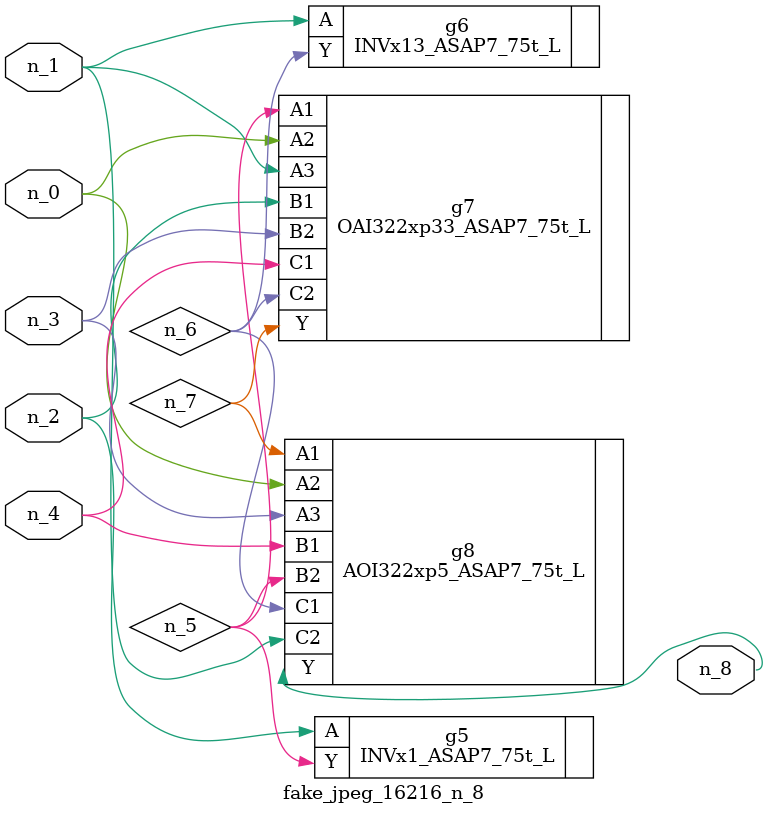
<source format=v>
module fake_jpeg_16216_n_8 (n_3, n_2, n_1, n_0, n_4, n_8);

input n_3;
input n_2;
input n_1;
input n_0;
input n_4;

output n_8;

wire n_6;
wire n_5;
wire n_7;

INVx1_ASAP7_75t_L g5 ( 
.A(n_2),
.Y(n_5)
);

INVx13_ASAP7_75t_L g6 ( 
.A(n_1),
.Y(n_6)
);

OAI322xp33_ASAP7_75t_L g7 ( 
.A1(n_5),
.A2(n_0),
.A3(n_1),
.B1(n_2),
.B2(n_3),
.C1(n_4),
.C2(n_6),
.Y(n_7)
);

AOI322xp5_ASAP7_75t_L g8 ( 
.A1(n_7),
.A2(n_0),
.A3(n_3),
.B1(n_4),
.B2(n_5),
.C1(n_6),
.C2(n_1),
.Y(n_8)
);


endmodule
</source>
